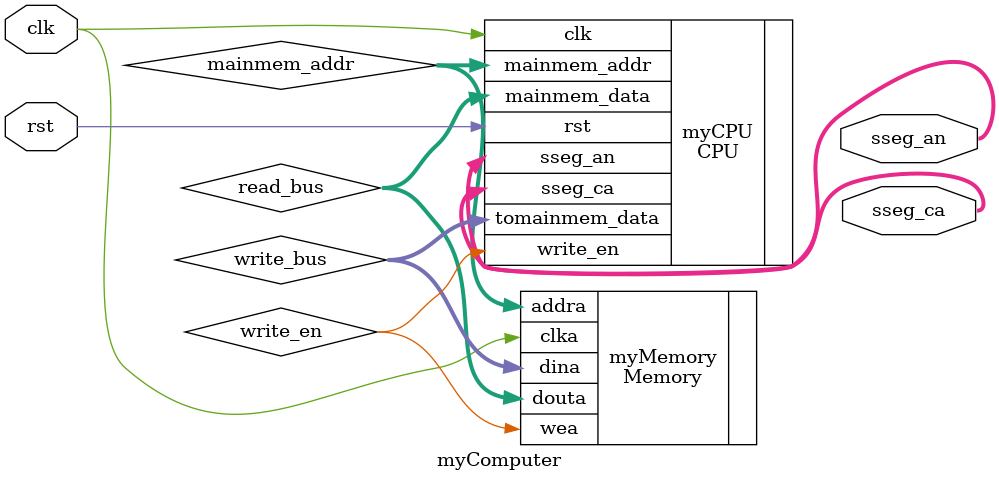
<source format=v>
`timescale 1ns / 1ps

module myComputer(
    input clk,
    input rst,
//    output [15:0] result,
    output [7:0]sseg_ca,
    output [7:0]sseg_an
    );
    
    wire [15:0] write_bus;
    wire [15:0] read_bus;
    wire [7:0] mainmem_addr;
    wire write_en;
    
    CPU myCPU(
        .clk(clk),
        .rst(rst),
//        .output_data(result),
        .mainmem_data(read_bus),
        .mainmem_addr(mainmem_addr),
        .tomainmem_data(write_bus),
        .write_en(write_en),
        .sseg_ca(sseg_ca),
        .sseg_an(sseg_an)
        );
    
    Memory myMemory (
          .clka(clk),    // input wire clka
          .wea(write_en),      // input wire [0 : 0] wea
          .addra(mainmem_addr),  // input wire [7 : 0] addra
          .dina(write_bus),    // input wire [15 : 0] dina
          .douta(read_bus)  // output wire [15 : 0] douta
        );
    
endmodule
</source>
